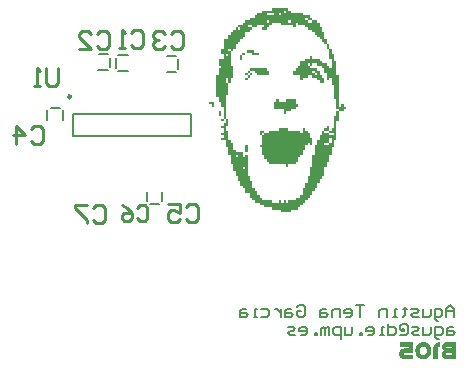
<source format=gbo>
%FSLAX44Y44*%
%MOMM*%
G71*
G01*
G75*
G04 Layer_Color=32896*
%ADD10C,0.2540*%
%ADD11C,0.2000*%
%ADD12C,0.5000*%
%ADD13C,1.2000*%
%ADD14C,4.7600*%
%ADD15R,1.6900X1.6900*%
%ADD16C,1.6900*%
%ADD17C,0.8000*%
%ADD18R,0.8000X0.9000*%
%ADD19R,0.9000X0.8000*%
%ADD20O,0.6000X2.2000*%
%ADD21C,0.4000*%
%ADD22C,0.7000*%
%ADD23C,0.2500*%
%ADD24C,0.1500*%
%ADD25C,1.4032*%
%ADD26C,4.9632*%
%ADD27R,1.8932X1.8932*%
%ADD28C,1.8932*%
%ADD29C,1.0032*%
%ADD30R,1.0032X1.1032*%
%ADD31R,1.1032X1.0032*%
%ADD32O,0.8032X2.4032*%
G36*
X360635Y223208D02*
X362667D01*
Y221176D01*
X360635D01*
Y219144D01*
X356571D01*
Y217112D01*
X352507D01*
Y215080D01*
X350475D01*
Y219144D01*
X342347D01*
Y225240D01*
X344379D01*
Y227272D01*
X346411D01*
Y225240D01*
X352507D01*
Y227272D01*
X360635D01*
Y223208D01*
D02*
G37*
G36*
X291547Y221176D02*
X289515D01*
Y223208D01*
X287483D01*
Y225240D01*
X291547D01*
Y221176D01*
D02*
G37*
G36*
X297643Y213048D02*
X295611D01*
Y217112D01*
X297643D01*
Y213048D01*
D02*
G37*
G36*
X322027Y249624D02*
X324059D01*
Y247592D01*
X322027D01*
Y249624D01*
X319995D01*
Y251656D01*
X322027D01*
Y249624D01*
D02*
G37*
G36*
X319995Y247592D02*
X322027D01*
Y245560D01*
X319995D01*
Y247592D01*
X317963D01*
Y249624D01*
X319995D01*
Y247592D01*
D02*
G37*
G36*
Y243528D02*
X317963D01*
Y245560D01*
X319995D01*
Y243528D01*
D02*
G37*
G36*
X299675Y208984D02*
X297643D01*
Y211016D01*
X299675D01*
Y208984D01*
D02*
G37*
G36*
X483297Y18040D02*
X482931Y18016D01*
X482613Y17991D01*
X482321Y17943D01*
X482076Y17869D01*
X481881Y17796D01*
X481735Y17747D01*
X481637Y17723D01*
X481613Y17698D01*
X481393Y17552D01*
X481222Y17406D01*
X481100Y17235D01*
X481002Y17064D01*
X480954Y16917D01*
X480929Y16795D01*
Y16698D01*
Y16673D01*
Y7300D01*
X477195D01*
Y16649D01*
X477219Y17113D01*
X477268Y17528D01*
X477365Y17918D01*
X477463Y18235D01*
X477561Y18504D01*
X477658Y18699D01*
X477707Y18821D01*
X477732Y18870D01*
X477951Y19212D01*
X478171Y19529D01*
X478415Y19798D01*
X478635Y20017D01*
X478830Y20213D01*
X478976Y20335D01*
X479074Y20432D01*
X479123Y20457D01*
X479440Y20701D01*
X479782Y20896D01*
X480124Y21067D01*
X480417Y21189D01*
X480685Y21287D01*
X480880Y21384D01*
X481027Y21409D01*
X481051Y21433D01*
X481076D01*
X481491Y21555D01*
X481881Y21628D01*
X482272Y21702D01*
X482589Y21726D01*
X482882Y21750D01*
X483102Y21775D01*
X483297D01*
Y18040D01*
D02*
G37*
G36*
X469457Y21750D02*
X469994Y21702D01*
X470506Y21604D01*
X470994Y21482D01*
X471434Y21360D01*
X471824Y21189D01*
X472191Y21042D01*
X472532Y20872D01*
X472825Y20701D01*
X473069Y20530D01*
X473289Y20359D01*
X473460Y20237D01*
X473606Y20115D01*
X473704Y20017D01*
X473753Y19969D01*
X473777Y19944D01*
X474070Y19578D01*
X474339Y19187D01*
X474583Y18772D01*
X474778Y18333D01*
X474949Y17894D01*
X475095Y17454D01*
X475193Y17015D01*
X475291Y16576D01*
X475364Y16185D01*
X475437Y15795D01*
X475462Y15453D01*
X475510Y15160D01*
Y14916D01*
X475535Y14720D01*
Y14623D01*
Y14574D01*
Y14501D01*
X475510Y13842D01*
X475462Y13232D01*
X475364Y12670D01*
X475242Y12133D01*
X475095Y11621D01*
X474925Y11157D01*
X474729Y10742D01*
X474485Y10327D01*
X474265Y9985D01*
X473997Y9643D01*
X473728Y9326D01*
X473436Y9057D01*
X473143Y8813D01*
X472825Y8594D01*
X472215Y8203D01*
X471605Y7910D01*
X470994Y7691D01*
X470433Y7520D01*
X469921Y7422D01*
X469506Y7349D01*
X469335Y7324D01*
X469188D01*
X469066Y7300D01*
X468749D01*
X468139Y7324D01*
X467577Y7373D01*
X467040Y7471D01*
X466552Y7617D01*
X466088Y7764D01*
X465673Y7959D01*
X465283Y8179D01*
X464917Y8423D01*
X464575Y8691D01*
X464258Y8960D01*
X463989Y9277D01*
X463721Y9570D01*
X463281Y10229D01*
X462939Y10913D01*
X462671Y11572D01*
X462451Y12231D01*
X462305Y12841D01*
X462207Y13378D01*
X462183Y13622D01*
X462158Y13842D01*
X462134Y14037D01*
X462109Y14183D01*
Y14330D01*
Y14428D01*
Y14476D01*
Y14501D01*
Y14574D01*
X462134Y15233D01*
X462183Y15843D01*
X462280Y16405D01*
X462402Y16942D01*
X462573Y17454D01*
X462744Y17918D01*
X462939Y18333D01*
X463159Y18748D01*
X463403Y19090D01*
X463672Y19432D01*
X463940Y19749D01*
X464233Y20017D01*
X464526Y20261D01*
X464843Y20505D01*
X465454Y20872D01*
X466088Y21165D01*
X466674Y21384D01*
X467235Y21555D01*
X467748Y21653D01*
X468163Y21726D01*
X468334Y21750D01*
X468480D01*
X468602Y21775D01*
X468871D01*
X469457Y21750D01*
D02*
G37*
G36*
X460425Y12694D02*
X452785D01*
X452565Y12646D01*
X452419Y12572D01*
X452297Y12499D01*
X452272Y12450D01*
X452150Y12255D01*
X452102Y12060D01*
X452077Y11913D01*
Y11889D01*
Y11865D01*
X452102Y11645D01*
X452175Y11474D01*
X452248Y11352D01*
X452272Y11328D01*
Y11303D01*
X452346Y11206D01*
X452443Y11157D01*
X452590Y11059D01*
X452736Y11035D01*
X460425D01*
Y7300D01*
X452785D01*
X452419Y7324D01*
X452102Y7349D01*
X451784Y7398D01*
X451516Y7471D01*
X451296Y7544D01*
X451125Y7593D01*
X451028Y7617D01*
X450979Y7642D01*
X450686Y7788D01*
X450417Y7935D01*
X450173Y8105D01*
X449954Y8252D01*
X449783Y8374D01*
X449661Y8496D01*
X449588Y8569D01*
X449563Y8594D01*
X449343Y8838D01*
X449173Y9082D01*
X449026Y9326D01*
X448880Y9570D01*
X448782Y9765D01*
X448709Y9912D01*
X448684Y10034D01*
X448660Y10058D01*
X448562Y10376D01*
X448465Y10693D01*
X448416Y10986D01*
X448391Y11279D01*
X448367Y11523D01*
X448343Y11694D01*
Y11816D01*
Y11865D01*
Y12255D01*
X448391Y12597D01*
X448513Y13256D01*
X448709Y13817D01*
X448904Y14305D01*
X449002Y14501D01*
X449099Y14672D01*
X449197Y14842D01*
X449295Y14965D01*
X449368Y15062D01*
X449417Y15135D01*
X449441Y15160D01*
X449465Y15184D01*
X449685Y15404D01*
X449929Y15599D01*
X450198Y15770D01*
X450466Y15917D01*
X451003Y16136D01*
X451540Y16283D01*
X452028Y16356D01*
X452248Y16380D01*
X452419Y16405D01*
X452565Y16429D01*
X456666D01*
Y18040D01*
X448831D01*
Y21775D01*
X460425D01*
Y12694D01*
D02*
G37*
G36*
X368763Y200856D02*
X370795D01*
Y198824D01*
X372827D01*
Y194760D01*
X374859D01*
Y188664D01*
X372827D01*
Y190696D01*
X370795D01*
Y188664D01*
X368763D01*
Y184600D01*
X366731D01*
Y180536D01*
X364699D01*
Y178504D01*
X362667D01*
Y174440D01*
X360635D01*
Y172408D01*
X354539D01*
Y170376D01*
X352507D01*
Y172408D01*
X338283D01*
Y174440D01*
X336251D01*
Y176472D01*
X334219D01*
Y180536D01*
X332187D01*
Y186632D01*
X330155D01*
Y188664D01*
X332187D01*
Y196792D01*
X330155D01*
Y200856D01*
X334219D01*
Y198824D01*
X338283D01*
Y200856D01*
X346411D01*
Y202888D01*
X354539D01*
Y200856D01*
X364699D01*
Y198824D01*
X366731D01*
Y202888D01*
X368763D01*
Y200856D01*
D02*
G37*
G36*
X319995Y182568D02*
X317963D01*
Y188664D01*
X319995D01*
Y182568D01*
D02*
G37*
G36*
X496600Y7300D02*
X489375D01*
X488911Y7324D01*
X488472Y7349D01*
X488081Y7422D01*
X487764Y7495D01*
X487495Y7544D01*
X487300Y7617D01*
X487178Y7642D01*
X487129Y7666D01*
X486787Y7813D01*
X486494Y7959D01*
X486250Y8130D01*
X486031Y8276D01*
X485860Y8423D01*
X485738Y8521D01*
X485665Y8594D01*
X485640Y8618D01*
X485445Y8862D01*
X485274Y9082D01*
X485128Y9302D01*
X485005Y9521D01*
X484932Y9692D01*
X484859Y9839D01*
X484810Y9936D01*
Y9961D01*
X484713Y10253D01*
X484664Y10522D01*
X484615Y10766D01*
X484566Y10986D01*
Y11181D01*
X484542Y11328D01*
Y11425D01*
Y11450D01*
X484566Y11718D01*
X484591Y11987D01*
X484615Y12084D01*
Y12157D01*
X484639Y12206D01*
Y12231D01*
X484737Y12548D01*
X484835Y12816D01*
X484883Y12939D01*
X484908Y13012D01*
X484957Y13061D01*
Y13085D01*
X485128Y13402D01*
X485274Y13671D01*
X485347Y13769D01*
X485420Y13842D01*
X485445Y13891D01*
X485469Y13915D01*
X485713Y14183D01*
X485957Y14403D01*
X486079Y14476D01*
X486153Y14550D01*
X486202Y14574D01*
X486226Y14598D01*
X485933Y14818D01*
X485689Y15038D01*
X485591Y15135D01*
X485518Y15209D01*
X485494Y15233D01*
X485469Y15258D01*
X485250Y15550D01*
X485103Y15819D01*
X485054Y15917D01*
X485005Y15990D01*
X484981Y16039D01*
Y16063D01*
X484859Y16356D01*
X484786Y16624D01*
X484761Y16722D01*
Y16795D01*
X484737Y16844D01*
Y16868D01*
X484688Y17161D01*
X484664Y17406D01*
Y17503D01*
Y17576D01*
Y17601D01*
Y17625D01*
X484688Y17967D01*
X484713Y18309D01*
X484786Y18602D01*
X484835Y18846D01*
X484908Y19065D01*
X484981Y19212D01*
X485005Y19334D01*
X485030Y19358D01*
X485176Y19627D01*
X485323Y19895D01*
X485469Y20115D01*
X485640Y20310D01*
X485762Y20457D01*
X485884Y20554D01*
X485957Y20628D01*
X485982Y20652D01*
X486226Y20847D01*
X486470Y21018D01*
X486714Y21140D01*
X486958Y21262D01*
X487154Y21360D01*
X487324Y21433D01*
X487422Y21458D01*
X487471Y21482D01*
X487788Y21579D01*
X488130Y21653D01*
X488447Y21702D01*
X488740Y21750D01*
X489009D01*
X489204Y21775D01*
X496600D01*
Y7300D01*
D02*
G37*
G36*
X315663Y260820D02*
X313631D01*
Y264884D01*
X315663D01*
Y260820D01*
D02*
G37*
G36*
X317695Y264884D02*
X315663D01*
Y266916D01*
X317695D01*
Y264884D01*
D02*
G37*
G36*
X325823Y266916D02*
X329887D01*
Y264884D01*
X323791D01*
Y266916D01*
X319727D01*
Y268948D01*
X325823D01*
Y266916D01*
D02*
G37*
G36*
X336251Y251656D02*
X338283D01*
Y247592D01*
X328123D01*
Y249624D01*
X326091D01*
Y251656D01*
X322027D01*
Y253688D01*
X336251D01*
Y251656D01*
D02*
G37*
G36*
X354539Y302456D02*
X356571D01*
Y300424D01*
X366731D01*
Y298392D01*
X372827D01*
Y296360D01*
X374859D01*
Y294328D01*
X378923D01*
Y292296D01*
X380955D01*
Y288232D01*
X382987D01*
Y284168D01*
X385019D01*
Y278072D01*
X387051D01*
Y274008D01*
X389083D01*
Y269944D01*
X391115D01*
Y265880D01*
X393147D01*
Y259784D01*
X395179D01*
Y247592D01*
X397211D01*
Y221176D01*
X399243D01*
Y223208D01*
X401275D01*
Y221176D01*
X403307D01*
Y219144D01*
X401275D01*
Y217112D01*
X397211D01*
Y219144D01*
X395179D01*
Y227272D01*
X393147D01*
Y239464D01*
X391115D01*
Y245560D01*
X389083D01*
Y243528D01*
X387051D01*
Y249624D01*
X385019D01*
Y253688D01*
X382987D01*
Y255720D01*
X378923D01*
Y257752D01*
X374859D01*
Y255720D01*
X372827D01*
Y257752D01*
X370795D01*
Y255720D01*
X372827D01*
Y253688D01*
X378923D01*
Y251656D01*
X380955D01*
Y247592D01*
X382987D01*
Y245560D01*
X385019D01*
Y241496D01*
X380955D01*
Y243528D01*
X378923D01*
Y245560D01*
X374859D01*
Y247592D01*
X370795D01*
Y245560D01*
X366731D01*
Y243528D01*
X364699D01*
Y247592D01*
X358603D01*
Y251656D01*
X360635D01*
Y253688D01*
X362667D01*
Y255720D01*
X364699D01*
Y259784D01*
X368763D01*
Y261816D01*
X372827D01*
Y263848D01*
X374859D01*
Y261816D01*
X380955D01*
Y259784D01*
X382987D01*
Y257752D01*
X387051D01*
Y255720D01*
X389083D01*
Y253688D01*
X391115D01*
Y261816D01*
X389083D01*
Y269944D01*
X387051D01*
Y274008D01*
X385019D01*
Y276040D01*
X382987D01*
Y278072D01*
X380955D01*
Y280104D01*
X378923D01*
Y282136D01*
X376891D01*
Y284168D01*
X374859D01*
Y286200D01*
X370795D01*
Y288232D01*
X368763D01*
Y290264D01*
X362667D01*
Y292296D01*
X360635D01*
Y288232D01*
X358603D01*
Y290264D01*
X348443D01*
Y292296D01*
X340315D01*
Y290264D01*
X338283D01*
Y288232D01*
X336251D01*
Y286200D01*
X332187D01*
Y288232D01*
X334219D01*
Y290264D01*
X328123D01*
Y288232D01*
X324059D01*
Y290264D01*
X319995D01*
Y288232D01*
X324059D01*
Y286200D01*
X322027D01*
Y284168D01*
X317963D01*
Y280104D01*
X315931D01*
Y278072D01*
X313899D01*
Y276040D01*
X311867D01*
Y274008D01*
X309835D01*
Y269944D01*
X307803D01*
Y267912D01*
X305771D01*
Y269944D01*
X303739D01*
Y267912D01*
X305771D01*
Y255720D01*
X307803D01*
Y245560D01*
X305771D01*
Y241496D01*
X303739D01*
Y243528D01*
Y245560D01*
X301707D01*
Y243528D01*
Y241496D01*
X303739D01*
Y231336D01*
X301707D01*
Y211016D01*
X303739D01*
Y204920D01*
X301707D01*
Y200856D01*
X303739D01*
Y192728D01*
X305771D01*
Y190696D01*
X307803D01*
Y184600D01*
X309835D01*
Y182568D01*
X315931D01*
Y178504D01*
X317963D01*
Y180536D01*
X319995D01*
Y162248D01*
X322027D01*
Y158184D01*
X324059D01*
Y152088D01*
X326091D01*
Y150056D01*
X328123D01*
Y145992D01*
X330155D01*
Y143960D01*
X332187D01*
Y141928D01*
X340315D01*
Y139896D01*
X346411D01*
Y141928D01*
X348443D01*
Y139896D01*
X350475D01*
Y141928D01*
X352507D01*
Y139896D01*
X354539D01*
Y141928D01*
X360635D01*
Y143960D01*
X364699D01*
Y145992D01*
X366731D01*
Y152088D01*
X368763D01*
Y156152D01*
X370795D01*
Y162248D01*
X372827D01*
Y170376D01*
X374859D01*
Y180536D01*
X376891D01*
Y188664D01*
X378923D01*
Y192728D01*
X380955D01*
Y196792D01*
X382987D01*
Y200856D01*
X385019D01*
Y198824D01*
X389083D01*
Y196792D01*
X393147D01*
Y198824D01*
X389083D01*
Y200856D01*
X385019D01*
Y202888D01*
X387051D01*
Y204920D01*
X389083D01*
Y200856D01*
X391115D01*
Y202888D01*
X393147D01*
Y213048D01*
X395179D01*
Y217112D01*
X397211D01*
Y208984D01*
X395179D01*
Y192728D01*
X393147D01*
Y186632D01*
X391115D01*
Y180536D01*
X389083D01*
Y174440D01*
X387051D01*
Y170376D01*
X385019D01*
Y162248D01*
X382987D01*
Y160216D01*
X380955D01*
Y156152D01*
X378923D01*
Y152088D01*
X376891D01*
Y150056D01*
X374859D01*
Y145992D01*
X372827D01*
Y143960D01*
X370795D01*
Y141928D01*
X368763D01*
Y139896D01*
X366731D01*
Y137864D01*
X364699D01*
Y135832D01*
X362667D01*
Y133800D01*
X356571D01*
Y131768D01*
X348443D01*
Y133800D01*
X340315D01*
Y135832D01*
X334219D01*
Y137864D01*
X330155D01*
Y139896D01*
X326091D01*
Y141928D01*
X324059D01*
Y143960D01*
X322027D01*
Y148024D01*
X317963D01*
Y152088D01*
X315931D01*
Y154120D01*
X313899D01*
Y158184D01*
X311867D01*
Y162248D01*
X309835D01*
Y166312D01*
X307803D01*
Y172408D01*
X305771D01*
Y180536D01*
X303739D01*
Y186632D01*
X301707D01*
Y192728D01*
X297643D01*
Y194760D01*
X299675D01*
Y196792D01*
X297643D01*
Y198824D01*
X299675D01*
Y202888D01*
X297643D01*
Y204920D01*
X299675D01*
Y206952D01*
X301707D01*
Y211016D01*
X299675D01*
Y221176D01*
X297643D01*
Y225240D01*
X295611D01*
Y229304D01*
X293579D01*
Y247592D01*
X295611D01*
Y253688D01*
X297643D01*
Y255720D01*
X295611D01*
Y261816D01*
X299675D01*
Y265880D01*
X297643D01*
Y269944D01*
X299675D01*
Y278072D01*
X303739D01*
Y282136D01*
X305771D01*
Y284168D01*
X307803D01*
Y286200D01*
X309835D01*
Y288232D01*
X311867D01*
Y286200D01*
X313899D01*
Y288232D01*
X311867D01*
Y290264D01*
X315931D01*
Y292296D01*
X317963D01*
Y294328D01*
X322027D01*
Y296360D01*
X326091D01*
Y298392D01*
X328123D01*
Y300424D01*
X332187D01*
Y302456D01*
X340315D01*
Y304488D01*
X354539D01*
Y302456D01*
D02*
G37*
%LPC*%
G36*
X492865Y12719D02*
X489033D01*
X488813Y12670D01*
X488643Y12597D01*
X488545Y12524D01*
X488496Y12475D01*
X488374Y12279D01*
X488301Y12109D01*
X488276Y11962D01*
Y11938D01*
Y11913D01*
X488301Y11743D01*
X488325Y11596D01*
X488350Y11498D01*
X488374Y11474D01*
X488447Y11352D01*
X488521Y11279D01*
X488594Y11230D01*
X488618Y11206D01*
X488789Y11108D01*
X488838Y11059D01*
X488862D01*
X489009Y11035D01*
X492865D01*
Y12719D01*
D02*
G37*
G36*
X469506Y18040D02*
X468187D01*
X467772Y18016D01*
X467406Y17918D01*
X467113Y17772D01*
X466869Y17625D01*
X466674Y17454D01*
X466528Y17332D01*
X466454Y17235D01*
X466430Y17186D01*
X466332Y17015D01*
X466235Y16844D01*
X466088Y16405D01*
X465991Y15965D01*
X465917Y15526D01*
X465869Y15111D01*
Y14940D01*
X465844Y14794D01*
Y14647D01*
Y14550D01*
Y14501D01*
Y14476D01*
Y14330D01*
X465869Y13744D01*
X465942Y13232D01*
X466064Y12792D01*
X466210Y12426D01*
X466381Y12109D01*
X466576Y11840D01*
X466796Y11621D01*
X466991Y11450D01*
X467211Y11303D01*
X467431Y11206D01*
X467626Y11132D01*
X467797Y11084D01*
X467943Y11059D01*
X468065Y11035D01*
X469481D01*
X469896Y11084D01*
X470238Y11181D01*
X470555Y11328D01*
X470824Y11547D01*
X471043Y11791D01*
X471239Y12084D01*
X471385Y12377D01*
X471507Y12694D01*
X471605Y12987D01*
X471678Y13280D01*
X471727Y13573D01*
X471751Y13817D01*
X471776Y14037D01*
X471800Y14183D01*
Y14305D01*
Y14330D01*
Y14476D01*
Y14818D01*
X471776Y15135D01*
X471702Y15697D01*
X471605Y16161D01*
X471507Y16527D01*
X471409Y16820D01*
X471312Y17039D01*
X471239Y17137D01*
X471214Y17186D01*
X470970Y17479D01*
X470702Y17674D01*
X470409Y17821D01*
X470116Y17943D01*
X469847Y17991D01*
X469652Y18016D01*
X469506Y18040D01*
D02*
G37*
G36*
X317963Y170376D02*
X315931D01*
Y168344D01*
X317963D01*
Y170376D01*
D02*
G37*
G36*
X492865Y18040D02*
X489033D01*
X488813Y17991D01*
X488643Y17918D01*
X488545Y17845D01*
X488496Y17796D01*
X488374Y17601D01*
X488301Y17430D01*
X488276Y17308D01*
Y17284D01*
Y17259D01*
X488301Y17015D01*
X488374Y16820D01*
X488472Y16722D01*
X488496Y16673D01*
X488667Y16551D01*
X488838Y16478D01*
X488984Y16453D01*
X492865D01*
Y18040D01*
D02*
G37*
G36*
X352507Y302456D02*
X350475D01*
Y300424D01*
X352507D01*
Y302456D01*
D02*
G37*
G36*
X348443Y300424D02*
X346411D01*
Y298392D01*
X348443D01*
Y300424D01*
D02*
G37*
G36*
X370795Y296360D02*
X368763D01*
Y294328D01*
X370795D01*
Y292296D01*
X374859D01*
Y294328D01*
X370795D01*
Y296360D01*
D02*
G37*
G36*
X342347Y300424D02*
X336251D01*
Y298392D01*
X342347D01*
Y300424D01*
D02*
G37*
G36*
X338283Y294328D02*
X336251D01*
Y292296D01*
X338283D01*
Y294328D01*
D02*
G37*
G36*
X334219Y198824D02*
X332187D01*
Y196792D01*
X334219D01*
Y198824D01*
D02*
G37*
G36*
X376891Y251656D02*
X374859D01*
Y249624D01*
X376891D01*
Y247592D01*
X378923D01*
Y249624D01*
X376891D01*
Y251656D01*
D02*
G37*
G36*
X303739Y265880D02*
X301707D01*
Y263848D01*
X303739D01*
Y265880D01*
D02*
G37*
G36*
X356571Y294328D02*
X354539D01*
Y292296D01*
X356571D01*
Y294328D01*
D02*
G37*
G36*
X311867Y180536D02*
X309835D01*
Y178504D01*
X311867D01*
Y180536D01*
D02*
G37*
G36*
X391115Y194760D02*
X389083D01*
Y192728D01*
Y190696D01*
X391115D01*
Y192728D01*
Y194760D01*
D02*
G37*
G36*
X389083Y190696D02*
X385019D01*
Y188664D01*
X389083D01*
Y190696D01*
D02*
G37*
%LPD*%
D10*
X159200Y254035D02*
Y241339D01*
X156661Y238800D01*
X151582D01*
X149043Y241339D01*
Y254035D01*
X143965Y238800D02*
X138887D01*
X141426D01*
Y254035D01*
X143965Y251496D01*
X189243Y135596D02*
X191782Y138135D01*
X196861D01*
X199400Y135596D01*
Y125439D01*
X196861Y122900D01*
X191782D01*
X189243Y125439D01*
X184165Y138135D02*
X174008D01*
Y135596D01*
X184165Y125439D01*
Y122900D01*
X226536Y135530D02*
X228702Y137696D01*
X233034D01*
X235200Y135530D01*
Y126866D01*
X233034Y124700D01*
X228702D01*
X226536Y126866D01*
X213540Y137696D02*
X217872Y135530D01*
X222204Y131198D01*
Y126866D01*
X220038Y124700D01*
X215706D01*
X213540Y126866D01*
Y129032D01*
X215706Y131198D01*
X222204D01*
X267643Y136596D02*
X270182Y139135D01*
X275261D01*
X277800Y136596D01*
Y126439D01*
X275261Y123900D01*
X270182D01*
X267643Y126439D01*
X252408Y139135D02*
X262565D01*
Y131517D01*
X257487Y134057D01*
X254947D01*
X252408Y131517D01*
Y126439D01*
X254947Y123900D01*
X260026D01*
X262565Y126439D01*
X136343Y202596D02*
X138883Y205135D01*
X143961D01*
X146500Y202596D01*
Y192439D01*
X143961Y189900D01*
X138883D01*
X136343Y192439D01*
X123647Y189900D02*
Y205135D01*
X131265Y197518D01*
X121108D01*
X255043Y282396D02*
X257582Y284935D01*
X262661D01*
X265200Y282396D01*
Y272239D01*
X262661Y269700D01*
X257582D01*
X255043Y272239D01*
X249965Y282396D02*
X247426Y284935D01*
X242347D01*
X239808Y282396D01*
Y279857D01*
X242347Y277318D01*
X244887D01*
X242347D01*
X239808Y274778D01*
Y272239D01*
X242347Y269700D01*
X247426D01*
X249965Y272239D01*
X192843Y282396D02*
X195382Y284935D01*
X200461D01*
X203000Y282396D01*
Y272239D01*
X200461Y269700D01*
X195382D01*
X192843Y272239D01*
X177608Y269700D02*
X187765D01*
X177608Y279857D01*
Y282396D01*
X180147Y284935D01*
X185226D01*
X187765Y282396D01*
X221543Y283196D02*
X224083Y285735D01*
X229161D01*
X231700Y283196D01*
Y273039D01*
X229161Y270500D01*
X224083D01*
X221543Y273039D01*
X216465Y270500D02*
X211387D01*
X213926D01*
Y285735D01*
X216465Y283196D01*
D11*
X210400Y251300D02*
X218400D01*
X210500Y264500D02*
X218500D01*
X208500Y254000D02*
Y262000D01*
X203800Y254700D02*
Y262700D01*
X193800Y252200D02*
X201800D01*
X193900Y265400D02*
X201900D01*
X251600Y264100D02*
X259600D01*
X251500Y250900D02*
X259500D01*
X261500Y253400D02*
Y261400D01*
X153231Y220100D02*
X161231D01*
X163731Y210100D02*
Y218100D01*
X150531Y210200D02*
Y218200D01*
X247831Y141000D02*
Y149000D01*
X234631Y141100D02*
Y149100D01*
X237131Y139100D02*
X245131D01*
X272231Y196600D02*
Y214600D01*
X172231Y196600D02*
Y214600D01*
Y196600D02*
X272231D01*
X172231Y214600D02*
X272231D01*
X495000Y43400D02*
Y50065D01*
X491668Y53397D01*
X488335Y50065D01*
Y43400D01*
Y48398D01*
X495000D01*
X481671Y40068D02*
X480005D01*
X478339Y41734D01*
Y50065D01*
X483337D01*
X485003Y48398D01*
Y45066D01*
X483337Y43400D01*
X478339D01*
X475006Y50065D02*
Y45066D01*
X473340Y43400D01*
X468342D01*
Y50065D01*
X465010Y43400D02*
X460011D01*
X458345Y45066D01*
X460011Y46732D01*
X463344D01*
X465010Y48398D01*
X463344Y50065D01*
X458345D01*
X453347Y51731D02*
Y50065D01*
X455013D01*
X451681D01*
X453347D01*
Y45066D01*
X451681Y43400D01*
X446682D02*
X443350D01*
X445016D01*
Y50065D01*
X446682D01*
X438352Y43400D02*
Y50065D01*
X433353D01*
X431687Y48398D01*
Y43400D01*
X418358Y53397D02*
X411693D01*
X415026D01*
Y43400D01*
X403363D02*
X406695D01*
X408361Y45066D01*
Y48398D01*
X406695Y50065D01*
X403363D01*
X401697Y48398D01*
Y46732D01*
X408361D01*
X398364Y43400D02*
Y50065D01*
X393366D01*
X391700Y48398D01*
Y43400D01*
X386702Y50065D02*
X383369D01*
X381703Y48398D01*
Y43400D01*
X386702D01*
X388368Y45066D01*
X386702Y46732D01*
X381703D01*
X361710Y51731D02*
X363376Y53397D01*
X366708D01*
X368374Y51731D01*
Y45066D01*
X366708Y43400D01*
X363376D01*
X361710Y45066D01*
Y48398D01*
X365042D01*
X356711Y50065D02*
X353379D01*
X351713Y48398D01*
Y43400D01*
X356711D01*
X358377Y45066D01*
X356711Y46732D01*
X351713D01*
X348381Y50065D02*
Y43400D01*
Y46732D01*
X346714Y48398D01*
X345048Y50065D01*
X343382D01*
X331719D02*
X336718D01*
X338384Y48398D01*
Y45066D01*
X336718Y43400D01*
X331719D01*
X328387D02*
X325055D01*
X326721D01*
Y50065D01*
X328387D01*
X318390D02*
X315058D01*
X313392Y48398D01*
Y43400D01*
X318390D01*
X320056Y45066D01*
X318390Y46732D01*
X313392D01*
X493834Y34165D02*
X490502D01*
X488835Y32498D01*
Y27500D01*
X493834D01*
X495500Y29166D01*
X493834Y30832D01*
X488835D01*
X482171Y24168D02*
X480505D01*
X478839Y25834D01*
Y34165D01*
X483837D01*
X485503Y32498D01*
Y29166D01*
X483837Y27500D01*
X478839D01*
X475506Y34165D02*
Y29166D01*
X473840Y27500D01*
X468842D01*
Y34165D01*
X465510Y27500D02*
X460511D01*
X458845Y29166D01*
X460511Y30832D01*
X463843D01*
X465510Y32498D01*
X463843Y34165D01*
X458845D01*
X450514Y30832D02*
Y32498D01*
X452181D01*
Y30832D01*
X450514D01*
X448848Y32498D01*
Y35831D01*
X450514Y37497D01*
X453847D01*
X455513Y35831D01*
Y29166D01*
X453847Y27500D01*
X448848D01*
X438852Y37497D02*
Y27500D01*
X443850D01*
X445516Y29166D01*
Y32498D01*
X443850Y34165D01*
X438852D01*
X435519Y27500D02*
X432187D01*
X433853D01*
Y34165D01*
X435519D01*
X422190Y27500D02*
X425522D01*
X427189Y29166D01*
Y32498D01*
X425522Y34165D01*
X422190D01*
X420524Y32498D01*
Y30832D01*
X427189D01*
X417192Y27500D02*
Y29166D01*
X415526D01*
Y27500D01*
X417192D01*
X408861Y34165D02*
Y29166D01*
X407195Y27500D01*
X402197D01*
Y34165D01*
X398865Y24168D02*
Y34165D01*
X393866D01*
X392200Y32498D01*
Y29166D01*
X393866Y27500D01*
X398865D01*
X388868D02*
Y34165D01*
X387202D01*
X385535Y32498D01*
Y27500D01*
Y32498D01*
X383869Y34165D01*
X382203Y32498D01*
Y27500D01*
X378871D02*
Y29166D01*
X377205D01*
Y27500D01*
X378871D01*
X365542D02*
X368874D01*
X370540Y29166D01*
Y32498D01*
X368874Y34165D01*
X365542D01*
X363876Y32498D01*
Y30832D01*
X370540D01*
X360544Y27500D02*
X355545D01*
X353879Y29166D01*
X355545Y30832D01*
X358877D01*
X360544Y32498D01*
X358877Y34165D01*
X353879D01*
D23*
X170531Y229600D02*
G03*
X170531Y229600I-1250J0D01*
G01*
M02*

</source>
